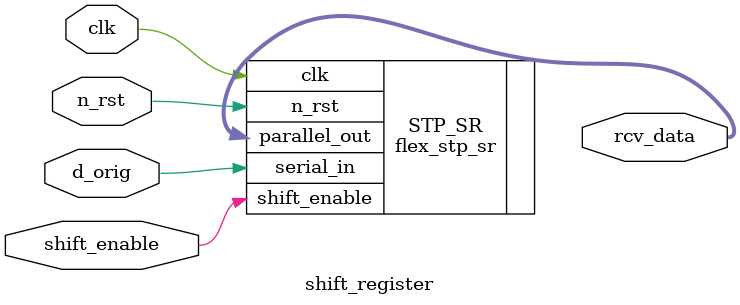
<source format=sv>

module shift_register (input wire clk, input wire n_rst, input wire shift_enable, input wire d_orig, output reg [7:0] rcv_data);

flex_stp_sr #(8, 0) STP_SR (.clk(clk), .n_rst(n_rst), .serial_in(d_orig), .shift_enable(shift_enable), .parallel_out(rcv_data));

endmodule

</source>
